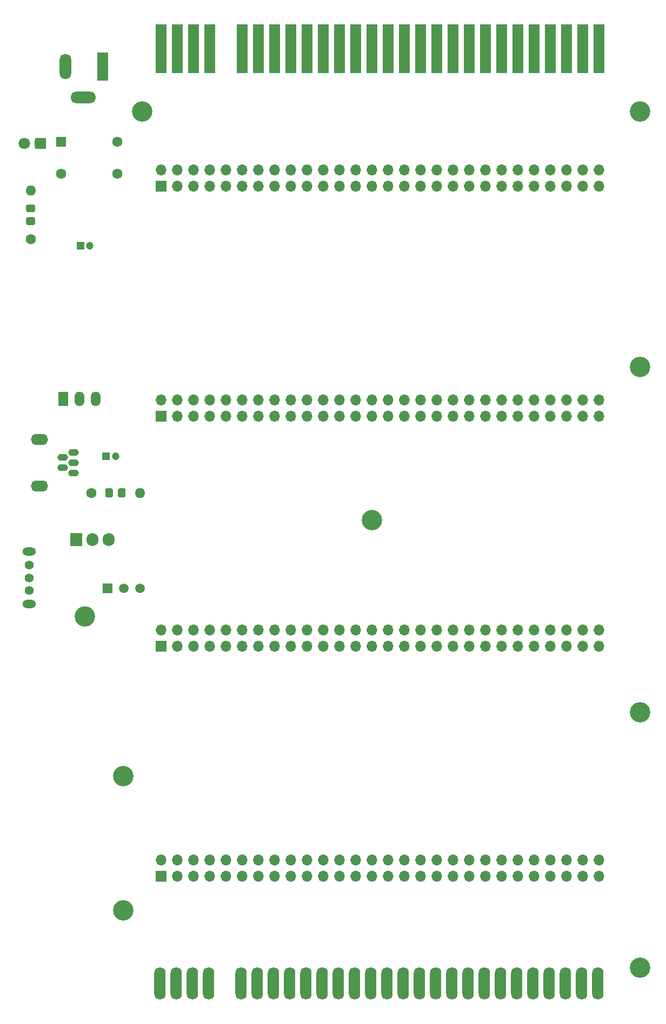
<source format=gbr>
%TF.GenerationSoftware,KiCad,Pcbnew,5.1.12~sunspark9.18*%
%TF.CreationDate,2023-11-23T01:00:00+01:00*%
%TF.ProjectId,ZX_Spectrum_Bus_Expander_1.00,5a585f53-7065-4637-9472-756d5f427573,1.00*%
%TF.SameCoordinates,Original*%
%TF.FileFunction,Soldermask,Top*%
%TF.FilePolarity,Negative*%
%FSLAX46Y46*%
G04 Gerber Fmt 4.6, Leading zero omitted, Abs format (unit mm)*
G04 Created by KiCad (PCBNEW 5.1.12~sunspark9.18) date 2023-11-23 01:00:00*
%MOMM*%
%LPD*%
G01*
G04 APERTURE LIST*
%ADD10O,2.700000X1.700000*%
%ADD11O,1.650000X1.100000*%
%ADD12C,1.600000*%
%ADD13O,1.600000X1.600000*%
%ADD14O,1.700000X1.700000*%
%ADD15R,1.700000X1.700000*%
%ADD16O,1.778000X5.080000*%
%ADD17R,1.778000X7.620000*%
%ADD18R,1.800000X1.800000*%
%ADD19C,1.800000*%
%ADD20R,1.600000X1.600000*%
%ADD21O,4.000000X1.800000*%
%ADD22O,1.800000X4.000000*%
%ADD23R,1.800000X4.400000*%
%ADD24C,1.403200*%
%ADD25O,2.103200X1.303200*%
%ADD26R,1.500000X2.300000*%
%ADD27O,1.500000X2.300000*%
%ADD28R,1.200000X1.200000*%
%ADD29C,1.200000*%
%ADD30C,3.200000*%
%ADD31R,1.905000X2.000000*%
%ADD32O,1.905000X2.000000*%
%ADD33C,1.500000*%
%ADD34R,1.500000X1.500000*%
G04 APERTURE END LIST*
D10*
%TO.C,J3*%
X3950000Y-72625000D03*
X3950000Y-65325000D03*
D11*
X7525000Y-69775000D03*
X7525000Y-68175000D03*
X9275000Y-70575000D03*
X9275000Y-67375000D03*
X9275000Y-68975000D03*
%TD*%
D12*
%TO.C,R1*%
X2525000Y-34000000D03*
D13*
X2525000Y-26380000D03*
G36*
G01*
X2975001Y-31790000D02*
X2074999Y-31790000D01*
G75*
G02*
X1825000Y-31540001I0J249999D01*
G01*
X1825000Y-30839999D01*
G75*
G02*
X2074999Y-30590000I249999J0D01*
G01*
X2975001Y-30590000D01*
G75*
G02*
X3225000Y-30839999I0J-249999D01*
G01*
X3225000Y-31540001D01*
G75*
G02*
X2975001Y-31790000I-249999J0D01*
G01*
G37*
G36*
G01*
X2975001Y-29790000D02*
X2074999Y-29790000D01*
G75*
G02*
X1825000Y-29540001I0J249999D01*
G01*
X1825000Y-28839999D01*
G75*
G02*
X2074999Y-28590000I249999J0D01*
G01*
X2975001Y-28590000D01*
G75*
G02*
X3225000Y-28839999I0J-249999D01*
G01*
X3225000Y-29540001D01*
G75*
G02*
X2975001Y-29790000I-249999J0D01*
G01*
G37*
%TD*%
D14*
%TO.C,J5*%
X91539000Y-59164000D03*
X91539000Y-61704000D03*
X88999000Y-59164000D03*
X88999000Y-61704000D03*
X86459000Y-59164000D03*
X86459000Y-61704000D03*
X83919000Y-59164000D03*
X83919000Y-61704000D03*
X81379000Y-59164000D03*
X81379000Y-61704000D03*
X78839000Y-59164000D03*
X78839000Y-61704000D03*
X76299000Y-59164000D03*
X76299000Y-61704000D03*
X73759000Y-59164000D03*
X73759000Y-61704000D03*
X71219000Y-59164000D03*
X71219000Y-61704000D03*
X68679000Y-59164000D03*
X68679000Y-61704000D03*
X66139000Y-59164000D03*
X66139000Y-61704000D03*
X63599000Y-59164000D03*
X63599000Y-61704000D03*
X61059000Y-59164000D03*
X61059000Y-61704000D03*
X58519000Y-59164000D03*
X58519000Y-61704000D03*
X55979000Y-59164000D03*
X55979000Y-61704000D03*
X53439000Y-59164000D03*
X53439000Y-61704000D03*
X50899000Y-59164000D03*
X50899000Y-61704000D03*
X48359000Y-59164000D03*
X48359000Y-61704000D03*
X45819000Y-59164000D03*
X45819000Y-61704000D03*
X43279000Y-59164000D03*
X43279000Y-61704000D03*
X40739000Y-59164000D03*
X40739000Y-61704000D03*
X38199000Y-59164000D03*
X38199000Y-61704000D03*
X35659000Y-59164000D03*
X35659000Y-61704000D03*
X33119000Y-59164000D03*
X33119000Y-61704000D03*
X30579000Y-59164000D03*
X30579000Y-61704000D03*
X28039000Y-59164000D03*
X28039000Y-61704000D03*
X25499000Y-59164000D03*
X25499000Y-61704000D03*
X22959000Y-59164000D03*
D15*
X22959000Y-61704000D03*
%TD*%
D14*
%TO.C,J6*%
X91539000Y-95164000D03*
X91539000Y-97704000D03*
X88999000Y-95164000D03*
X88999000Y-97704000D03*
X86459000Y-95164000D03*
X86459000Y-97704000D03*
X83919000Y-95164000D03*
X83919000Y-97704000D03*
X81379000Y-95164000D03*
X81379000Y-97704000D03*
X78839000Y-95164000D03*
X78839000Y-97704000D03*
X76299000Y-95164000D03*
X76299000Y-97704000D03*
X73759000Y-95164000D03*
X73759000Y-97704000D03*
X71219000Y-95164000D03*
X71219000Y-97704000D03*
X68679000Y-95164000D03*
X68679000Y-97704000D03*
X66139000Y-95164000D03*
X66139000Y-97704000D03*
X63599000Y-95164000D03*
X63599000Y-97704000D03*
X61059000Y-95164000D03*
X61059000Y-97704000D03*
X58519000Y-95164000D03*
X58519000Y-97704000D03*
X55979000Y-95164000D03*
X55979000Y-97704000D03*
X53439000Y-95164000D03*
X53439000Y-97704000D03*
X50899000Y-95164000D03*
X50899000Y-97704000D03*
X48359000Y-95164000D03*
X48359000Y-97704000D03*
X45819000Y-95164000D03*
X45819000Y-97704000D03*
X43279000Y-95164000D03*
X43279000Y-97704000D03*
X40739000Y-95164000D03*
X40739000Y-97704000D03*
X38199000Y-95164000D03*
X38199000Y-97704000D03*
X35659000Y-95164000D03*
X35659000Y-97704000D03*
X33119000Y-95164000D03*
X33119000Y-97704000D03*
X30579000Y-95164000D03*
X30579000Y-97704000D03*
X28039000Y-95164000D03*
X28039000Y-97704000D03*
X25499000Y-95164000D03*
X25499000Y-97704000D03*
X22959000Y-95164000D03*
D15*
X22959000Y-97704000D03*
%TD*%
D14*
%TO.C,J7*%
X91539000Y-131164000D03*
X91539000Y-133704000D03*
X88999000Y-131164000D03*
X88999000Y-133704000D03*
X86459000Y-131164000D03*
X86459000Y-133704000D03*
X83919000Y-131164000D03*
X83919000Y-133704000D03*
X81379000Y-131164000D03*
X81379000Y-133704000D03*
X78839000Y-131164000D03*
X78839000Y-133704000D03*
X76299000Y-131164000D03*
X76299000Y-133704000D03*
X73759000Y-131164000D03*
X73759000Y-133704000D03*
X71219000Y-131164000D03*
X71219000Y-133704000D03*
X68679000Y-131164000D03*
X68679000Y-133704000D03*
X66139000Y-131164000D03*
X66139000Y-133704000D03*
X63599000Y-131164000D03*
X63599000Y-133704000D03*
X61059000Y-131164000D03*
X61059000Y-133704000D03*
X58519000Y-131164000D03*
X58519000Y-133704000D03*
X55979000Y-131164000D03*
X55979000Y-133704000D03*
X53439000Y-131164000D03*
X53439000Y-133704000D03*
X50899000Y-131164000D03*
X50899000Y-133704000D03*
X48359000Y-131164000D03*
X48359000Y-133704000D03*
X45819000Y-131164000D03*
X45819000Y-133704000D03*
X43279000Y-131164000D03*
X43279000Y-133704000D03*
X40739000Y-131164000D03*
X40739000Y-133704000D03*
X38199000Y-131164000D03*
X38199000Y-133704000D03*
X35659000Y-131164000D03*
X35659000Y-133704000D03*
X33119000Y-131164000D03*
X33119000Y-133704000D03*
X30579000Y-131164000D03*
X30579000Y-133704000D03*
X28039000Y-131164000D03*
X28039000Y-133704000D03*
X25499000Y-131164000D03*
X25499000Y-133704000D03*
X22959000Y-131164000D03*
D15*
X22959000Y-133704000D03*
%TD*%
D14*
%TO.C,J4*%
X91539000Y-23164000D03*
X91539000Y-25704000D03*
X88999000Y-23164000D03*
X88999000Y-25704000D03*
X86459000Y-23164000D03*
X86459000Y-25704000D03*
X83919000Y-23164000D03*
X83919000Y-25704000D03*
X81379000Y-23164000D03*
X81379000Y-25704000D03*
X78839000Y-23164000D03*
X78839000Y-25704000D03*
X76299000Y-23164000D03*
X76299000Y-25704000D03*
X73759000Y-23164000D03*
X73759000Y-25704000D03*
X71219000Y-23164000D03*
X71219000Y-25704000D03*
X68679000Y-23164000D03*
X68679000Y-25704000D03*
X66139000Y-23164000D03*
X66139000Y-25704000D03*
X63599000Y-23164000D03*
X63599000Y-25704000D03*
X61059000Y-23164000D03*
X61059000Y-25704000D03*
X58519000Y-23164000D03*
X58519000Y-25704000D03*
X55979000Y-23164000D03*
X55979000Y-25704000D03*
X53439000Y-23164000D03*
X53439000Y-25704000D03*
X50899000Y-23164000D03*
X50899000Y-25704000D03*
X48359000Y-23164000D03*
X48359000Y-25704000D03*
X45819000Y-23164000D03*
X45819000Y-25704000D03*
X43279000Y-23164000D03*
X43279000Y-25704000D03*
X40739000Y-23164000D03*
X40739000Y-25704000D03*
X38199000Y-23164000D03*
X38199000Y-25704000D03*
X35659000Y-23164000D03*
X35659000Y-25704000D03*
X33119000Y-23164000D03*
X33119000Y-25704000D03*
X30579000Y-23164000D03*
X30579000Y-25704000D03*
X28039000Y-23164000D03*
X28039000Y-25704000D03*
X25499000Y-23164000D03*
X25499000Y-25704000D03*
X22959000Y-23164000D03*
D15*
X22959000Y-25704000D03*
%TD*%
D16*
%TO.C,J8*%
X91412000Y-150434000D03*
X88872000Y-150434000D03*
X86332000Y-150434000D03*
X83792000Y-150434000D03*
X81252000Y-150434000D03*
X78712000Y-150434000D03*
X76172000Y-150434000D03*
X73632000Y-150434000D03*
X71092000Y-150434000D03*
X68552000Y-150434000D03*
X66012000Y-150434000D03*
X63472000Y-150434000D03*
X60932000Y-150434000D03*
X58392000Y-150434000D03*
X55852000Y-150434000D03*
X53312000Y-150434000D03*
X50772000Y-150434000D03*
X48232000Y-150434000D03*
X45692000Y-150434000D03*
X43152000Y-150434000D03*
X40612000Y-150434000D03*
X38072000Y-150434000D03*
X35532000Y-150434000D03*
X30452000Y-150434000D03*
X27912000Y-150434000D03*
X25372000Y-150434000D03*
X22832000Y-150434000D03*
%TD*%
D17*
%TO.C,J2*%
X22959000Y-4191000D03*
X25499000Y-4191000D03*
X28039000Y-4191000D03*
X30579000Y-4191000D03*
X35659000Y-4191000D03*
X38199000Y-4191000D03*
X40739000Y-4191000D03*
X43279000Y-4191000D03*
X45819000Y-4191000D03*
X48359000Y-4191000D03*
X50899000Y-4191000D03*
X53439000Y-4191000D03*
X55979000Y-4191000D03*
X58519000Y-4191000D03*
X61059000Y-4191000D03*
X63599000Y-4191000D03*
X66139000Y-4191000D03*
X68679000Y-4191000D03*
X71219000Y-4191000D03*
X73759000Y-4191000D03*
X76299000Y-4191000D03*
X78839000Y-4191000D03*
X81379000Y-4191000D03*
X83919000Y-4191000D03*
X86459000Y-4191000D03*
X88999000Y-4191000D03*
X91539000Y-4191000D03*
%TD*%
D18*
%TO.C,D1*%
X4065000Y-19000000D03*
D19*
X1525000Y-19000000D03*
G36*
G01*
X2265000Y-18549999D02*
X2265000Y-19450001D01*
G75*
G02*
X2015001Y-19700000I-249999J0D01*
G01*
X1364999Y-19700000D01*
G75*
G02*
X1115000Y-19450001I0J249999D01*
G01*
X1115000Y-18549999D01*
G75*
G02*
X1364999Y-18300000I249999J0D01*
G01*
X2015001Y-18300000D01*
G75*
G02*
X2265000Y-18549999I0J-249999D01*
G01*
G37*
G36*
G01*
X4315000Y-18549999D02*
X4315000Y-19450001D01*
G75*
G02*
X4065001Y-19700000I-249999J0D01*
G01*
X3414999Y-19700000D01*
G75*
G02*
X3165000Y-19450001I0J249999D01*
G01*
X3165000Y-18549999D01*
G75*
G02*
X3414999Y-18300000I249999J0D01*
G01*
X4065001Y-18300000D01*
G75*
G02*
X4315000Y-18549999I0J-249999D01*
G01*
G37*
%TD*%
D20*
%TO.C,D2*%
X7325000Y-18780000D03*
D12*
X7325000Y-23780000D03*
X16125000Y-23780000D03*
X16125000Y-18780000D03*
%TD*%
D21*
%TO.C,J1*%
X10775000Y-11800000D03*
D22*
X7975000Y-7000000D03*
D23*
X13775000Y-7000000D03*
%TD*%
D24*
%TO.C,SW1*%
X2325000Y-89000000D03*
X2325000Y-87000000D03*
X2325000Y-85000000D03*
D25*
X2325000Y-91100000D03*
X2325000Y-82900000D03*
%TD*%
D26*
%TO.C,VR1*%
X7610000Y-59000000D03*
D27*
X10150000Y-59000000D03*
X12690000Y-59000000D03*
%TD*%
D28*
%TO.C,C1*%
X10325000Y-35000000D03*
D29*
X11825000Y-35000000D03*
%TD*%
%TO.C,C2*%
X15825000Y-68000000D03*
D28*
X14325000Y-68000000D03*
%TD*%
D30*
%TO.C,H1*%
X20000000Y-14000000D03*
%TD*%
%TO.C,H8*%
X98000000Y-14000000D03*
%TD*%
%TO.C,H3*%
X17000000Y-118000000D03*
%TD*%
%TO.C,H6*%
X98000000Y-108000000D03*
%TD*%
%TO.C,H5*%
X98000000Y-148000000D03*
%TD*%
%TO.C,H4*%
X17000000Y-139000000D03*
%TD*%
%TO.C,H7*%
X98000000Y-54000000D03*
%TD*%
%TO.C,H2*%
X11000000Y-93000000D03*
%TD*%
%TO.C,H9*%
X56000000Y-78000000D03*
%TD*%
D31*
%TO.C,Q1*%
X9700000Y-81000000D03*
D32*
X12240000Y-81000000D03*
X14780000Y-81000000D03*
%TD*%
D33*
%TO.C,Q2*%
X17140000Y-88600000D03*
X19680000Y-88600000D03*
D34*
X14600000Y-88600000D03*
%TD*%
D12*
%TO.C,R2*%
X12000000Y-73700000D03*
D13*
X19620000Y-73700000D03*
G36*
G01*
X14210000Y-74150001D02*
X14210000Y-73249999D01*
G75*
G02*
X14459999Y-73000000I249999J0D01*
G01*
X15160001Y-73000000D01*
G75*
G02*
X15410000Y-73249999I0J-249999D01*
G01*
X15410000Y-74150001D01*
G75*
G02*
X15160001Y-74400000I-249999J0D01*
G01*
X14459999Y-74400000D01*
G75*
G02*
X14210000Y-74150001I0J249999D01*
G01*
G37*
G36*
G01*
X16210000Y-74150001D02*
X16210000Y-73249999D01*
G75*
G02*
X16459999Y-73000000I249999J0D01*
G01*
X17160001Y-73000000D01*
G75*
G02*
X17410000Y-73249999I0J-249999D01*
G01*
X17410000Y-74150001D01*
G75*
G02*
X17160001Y-74400000I-249999J0D01*
G01*
X16459999Y-74400000D01*
G75*
G02*
X16210000Y-74150001I0J249999D01*
G01*
G37*
%TD*%
M02*

</source>
